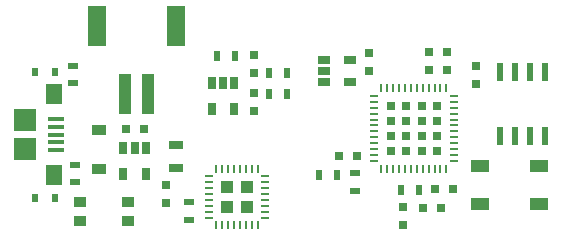
<source format=gbr>
G04 #@! TF.GenerationSoftware,KiCad,Pcbnew,(2017-09-09 revision 8c7175b)-master*
G04 #@! TF.CreationDate,2017-09-11T12:48:41-07:00*
G04 #@! TF.ProjectId,feather_ice40,666561746865725F69636534302E6B69,rev?*
G04 #@! TF.SameCoordinates,Original*
G04 #@! TF.FileFunction,Paste,Top*
G04 #@! TF.FilePolarity,Positive*
%FSLAX46Y46*%
G04 Gerber Fmt 4.6, Leading zero omitted, Abs format (unit mm)*
G04 Created by KiCad (PCBNEW (2017-09-09 revision 8c7175b)-master) date Monday, September 11, 2017 'PMt' 12:48:41 PM*
%MOMM*%
%LPD*%
G01*
G04 APERTURE LIST*
%ADD10R,1.000000X0.900000*%
%ADD11R,1.600000X1.000000*%
%ADD12R,0.600000X1.550000*%
%ADD13R,0.500000X0.900000*%
%ADD14R,0.900000X0.500000*%
%ADD15R,0.750000X0.800000*%
%ADD16R,0.800000X0.750000*%
%ADD17R,0.772500X0.772500*%
%ADD18R,0.700000X0.250000*%
%ADD19R,0.250000X0.700000*%
%ADD20R,1.300000X0.700000*%
%ADD21R,0.650000X1.060000*%
%ADD22R,1.060000X0.650000*%
%ADD23R,0.600000X0.800000*%
%ADD24R,1.400000X1.800000*%
%ADD25R,1.350000X0.400000*%
%ADD26R,1.900000X1.900000*%
%ADD27R,1.500000X3.400000*%
%ADD28R,1.000000X3.500000*%
%ADD29R,1.200000X0.900000*%
%ADD30R,1.035000X1.035000*%
G04 APERTURE END LIST*
D10*
X101684040Y-79712720D03*
X101684040Y-78112720D03*
X97584040Y-79712720D03*
X97584040Y-78112720D03*
D11*
X131424040Y-75049580D03*
X131424040Y-78249580D03*
X136424040Y-75049580D03*
X136424040Y-78249580D03*
D12*
X133134100Y-67094120D03*
X134404100Y-67094120D03*
X135674100Y-67094120D03*
X136944100Y-67094120D03*
X136944100Y-72494120D03*
X135674100Y-72494120D03*
X134404100Y-72494120D03*
X133134100Y-72494120D03*
D13*
X115075400Y-68943220D03*
X113575400Y-68943220D03*
X119324820Y-75839320D03*
X117824820Y-75839320D03*
D14*
X120835420Y-77163360D03*
X120835420Y-75663360D03*
D15*
X131127500Y-68110800D03*
X131127500Y-66610800D03*
D16*
X119503760Y-74236580D03*
X121003760Y-74236580D03*
X129154620Y-77012800D03*
X127654620Y-77012800D03*
D15*
X124934980Y-78518320D03*
X124934980Y-80018320D03*
D16*
X128141160Y-78638400D03*
X126641160Y-78638400D03*
X127151700Y-66903600D03*
X128651700Y-66903600D03*
X128651700Y-65402460D03*
X127151700Y-65402460D03*
D17*
X127785710Y-69940590D03*
X126498210Y-69940590D03*
X125210710Y-69940590D03*
X123923210Y-69940590D03*
X127785710Y-71228090D03*
X126498210Y-71228090D03*
X125210710Y-71228090D03*
X123923210Y-71228090D03*
X127785710Y-72515590D03*
X126498210Y-72515590D03*
X125210710Y-72515590D03*
X123923210Y-72515590D03*
X127785710Y-73803090D03*
X126498210Y-73803090D03*
X125210710Y-73803090D03*
X123923210Y-73803090D03*
D18*
X129254460Y-69121840D03*
X129254460Y-69621840D03*
X129254460Y-70121840D03*
X129254460Y-70621840D03*
X129254460Y-71121840D03*
X129254460Y-71621840D03*
X129254460Y-72121840D03*
X129254460Y-72621840D03*
X129254460Y-73121840D03*
X129254460Y-73621840D03*
X129254460Y-74121840D03*
X129254460Y-74621840D03*
D19*
X128604460Y-75271840D03*
X128104460Y-75271840D03*
X127604460Y-75271840D03*
X127104460Y-75271840D03*
X126604460Y-75271840D03*
X126104460Y-75271840D03*
X125604460Y-75271840D03*
X125104460Y-75271840D03*
X124604460Y-75271840D03*
X124104460Y-75271840D03*
X123604460Y-75271840D03*
X123104460Y-75271840D03*
D18*
X122454460Y-74621840D03*
X122454460Y-74121840D03*
X122454460Y-73621840D03*
X122454460Y-73121840D03*
X122454460Y-72621840D03*
X122454460Y-72121840D03*
X122454460Y-71621840D03*
X122454460Y-71121840D03*
X122454460Y-70621840D03*
X122454460Y-70121840D03*
X122454460Y-69621840D03*
X122454460Y-69121840D03*
D19*
X123104460Y-68471840D03*
X123604460Y-68471840D03*
X124104460Y-68471840D03*
X124604460Y-68471840D03*
X125104460Y-68471840D03*
X125604460Y-68471840D03*
X126104460Y-68471840D03*
X126604460Y-68471840D03*
X127104460Y-68471840D03*
X127604460Y-68471840D03*
X128104460Y-68471840D03*
X128604460Y-68471840D03*
D13*
X113575400Y-67157600D03*
X115075400Y-67157600D03*
X124789500Y-77048360D03*
X126289500Y-77048360D03*
D20*
X105714800Y-73294200D03*
X105714800Y-75194200D03*
D14*
X106781600Y-79617000D03*
X106781600Y-78117000D03*
D15*
X112301020Y-68861240D03*
X112301020Y-70361240D03*
X122041920Y-67000820D03*
X122041920Y-65500820D03*
X104876600Y-78169200D03*
X104876600Y-76669200D03*
X112273080Y-65650680D03*
X112273080Y-67150680D03*
D16*
X102959600Y-71932800D03*
X101459600Y-71932800D03*
D13*
X110681200Y-65775840D03*
X109181200Y-65775840D03*
D14*
X97180400Y-74942000D03*
X97180400Y-76442000D03*
X97028000Y-66560000D03*
X97028000Y-68060000D03*
D21*
X110632280Y-70193080D03*
X108732280Y-70193080D03*
X108732280Y-67993080D03*
X109682280Y-67993080D03*
X110632280Y-67993080D03*
D22*
X118229200Y-66067900D03*
X118229200Y-67017900D03*
X118229200Y-67967900D03*
X120429200Y-67967900D03*
X120429200Y-66067900D03*
D21*
X103159600Y-75725200D03*
X101259600Y-75725200D03*
X101259600Y-73525200D03*
X102209600Y-73525200D03*
X103159600Y-73525200D03*
D23*
X95490400Y-67056000D03*
X93790400Y-67056000D03*
X93790400Y-77724000D03*
X95490400Y-77724000D03*
D24*
X95342500Y-68990000D03*
X95342500Y-75790000D03*
D25*
X95567500Y-71090000D03*
X95567500Y-71740000D03*
X95567500Y-72390000D03*
X95567500Y-73040000D03*
X95567500Y-73690000D03*
D26*
X92892500Y-71190000D03*
X92892500Y-73590000D03*
D27*
X99012000Y-63165000D03*
X105712000Y-63165000D03*
D28*
X101362000Y-68915000D03*
X103362000Y-68915000D03*
D29*
X99161600Y-72010000D03*
X99161600Y-75310000D03*
D30*
X110021500Y-78533100D03*
X111746500Y-78533100D03*
X110021500Y-76808100D03*
X111746500Y-76808100D03*
D18*
X108484000Y-79420600D03*
X108484000Y-78920600D03*
X108484000Y-78420600D03*
X108484000Y-77920600D03*
X108484000Y-77420600D03*
X108484000Y-76920600D03*
X108484000Y-76420600D03*
X108484000Y-75920600D03*
D19*
X109134000Y-75270600D03*
X109634000Y-75270600D03*
X110134000Y-75270600D03*
X110634000Y-75270600D03*
X111134000Y-75270600D03*
X111634000Y-75270600D03*
X112134000Y-75270600D03*
X112634000Y-75270600D03*
D18*
X113284000Y-75920600D03*
X113284000Y-76420600D03*
X113284000Y-76920600D03*
X113284000Y-77420600D03*
X113284000Y-77920600D03*
X113284000Y-78420600D03*
X113284000Y-78920600D03*
X113284000Y-79420600D03*
D19*
X112634000Y-80070600D03*
X112134000Y-80070600D03*
X111634000Y-80070600D03*
X111134000Y-80070600D03*
X110634000Y-80070600D03*
X110134000Y-80070600D03*
X109634000Y-80070600D03*
X109134000Y-80070600D03*
M02*

</source>
